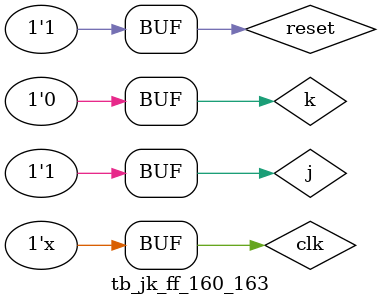
<source format=v>
`timescale 1ns / 1ps


module tb_jk_ff_160_163;
 
    reg clk;
    reg reset;
    reg j,k;
     
    wire q_160_163;
    wire q_bar_160_163;
     
    jk_ff_160_163 uut ( .clk(clk), .reset(reset), .j(j), .k(k), 
                        .q_160_163(q_160_163), .q_bar_160_163(q_bar_160_163) );
     
    initial begin
     
    j = 1'b0;
    k = 1'b0;
    reset = 1;
    clk=1;
     
    #10
    reset=0;
    j=1'b1;
    k=1'b0;
     
    #100
    reset=0;
    j=1'b0;
    k=1'b1;
     
    #100
    reset=0;
    j=1'b1;
    k=1'b1;
     
    #100
    reset=0;
    j=1'b0;
    k=1'b0;
     
    #100
    reset=1;
    j=1'b1;
    k=1'b0;
     
    end
    always #25 clk <= ~clk;
     
endmodule

</source>
